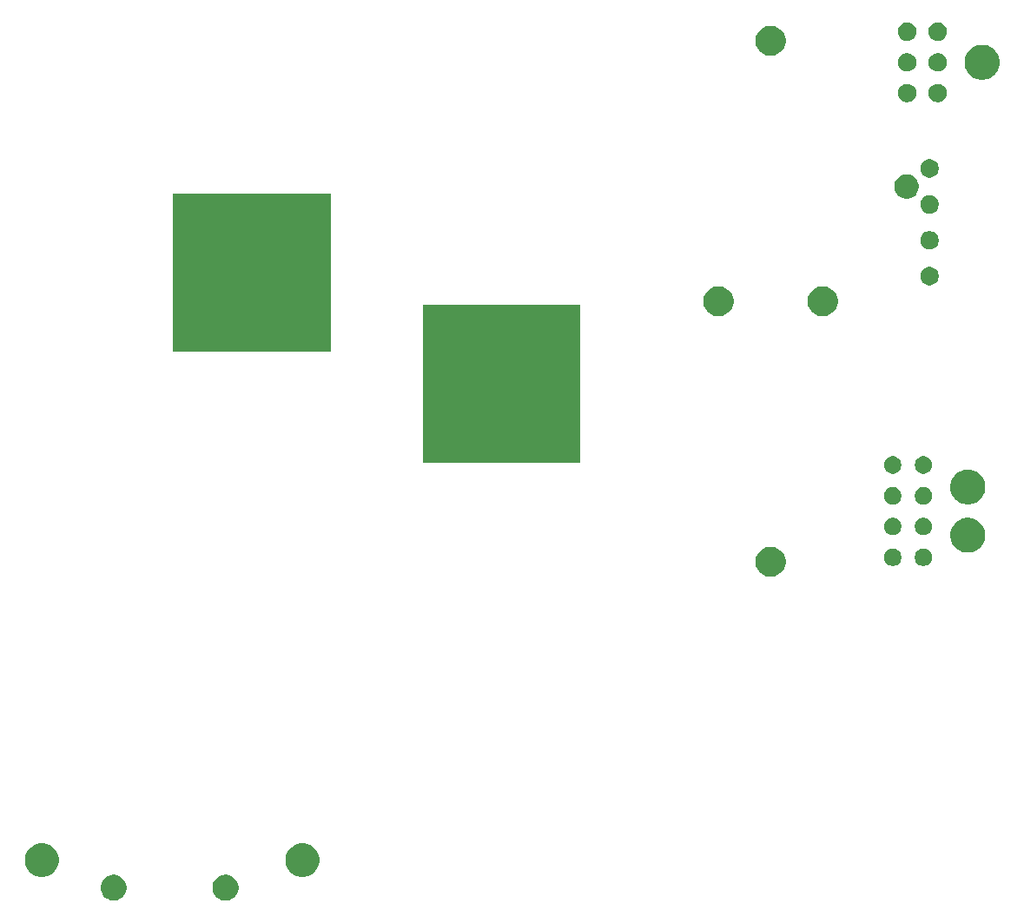
<source format=gbs>
G04 #@! TF.GenerationSoftware,KiCad,Pcbnew,5.0.2-bee76a0~70~ubuntu18.04.1*
G04 #@! TF.CreationDate,2019-04-30T11:20:39-04:00*
G04 #@! TF.ProjectId,AIR_Mount_Plus,4149525f-4d6f-4756-9e74-5f506c75732e,rev?*
G04 #@! TF.SameCoordinates,Original*
G04 #@! TF.FileFunction,Soldermask,Bot*
G04 #@! TF.FilePolarity,Negative*
%FSLAX46Y46*%
G04 Gerber Fmt 4.6, Leading zero omitted, Abs format (unit mm)*
G04 Created by KiCad (PCBNEW 5.0.2-bee76a0~70~ubuntu18.04.1) date Tue 30 Apr 2019 11:20:39 AM EDT*
%MOMM*%
%LPD*%
G01*
G04 APERTURE LIST*
%ADD10C,0.100000*%
G04 APERTURE END LIST*
D10*
G36*
X214215414Y-106231610D02*
X214337129Y-106255821D01*
X214566434Y-106350802D01*
X214772803Y-106488694D01*
X214948306Y-106664197D01*
X215086198Y-106870566D01*
X215181179Y-107099871D01*
X215229600Y-107343301D01*
X215229600Y-107591499D01*
X215181179Y-107834929D01*
X215086198Y-108064234D01*
X214948306Y-108270603D01*
X214772803Y-108446106D01*
X214566434Y-108583998D01*
X214337129Y-108678979D01*
X214215414Y-108703189D01*
X214093701Y-108727400D01*
X213845499Y-108727400D01*
X213723786Y-108703189D01*
X213602071Y-108678979D01*
X213372766Y-108583998D01*
X213166397Y-108446106D01*
X212990894Y-108270603D01*
X212853002Y-108064234D01*
X212758021Y-107834929D01*
X212709600Y-107591499D01*
X212709600Y-107343301D01*
X212758021Y-107099871D01*
X212853002Y-106870566D01*
X212990894Y-106664197D01*
X213166397Y-106488694D01*
X213372766Y-106350802D01*
X213602071Y-106255821D01*
X213723786Y-106231610D01*
X213845499Y-106207400D01*
X214093701Y-106207400D01*
X214215414Y-106231610D01*
X214215414Y-106231610D01*
G37*
G36*
X203315414Y-106231610D02*
X203437129Y-106255821D01*
X203666434Y-106350802D01*
X203872803Y-106488694D01*
X204048306Y-106664197D01*
X204186198Y-106870566D01*
X204281179Y-107099871D01*
X204329600Y-107343301D01*
X204329600Y-107591499D01*
X204281179Y-107834929D01*
X204186198Y-108064234D01*
X204048306Y-108270603D01*
X203872803Y-108446106D01*
X203666434Y-108583998D01*
X203437129Y-108678979D01*
X203315414Y-108703189D01*
X203193701Y-108727400D01*
X202945499Y-108727400D01*
X202823786Y-108703189D01*
X202702071Y-108678979D01*
X202472766Y-108583998D01*
X202266397Y-108446106D01*
X202090894Y-108270603D01*
X201953002Y-108064234D01*
X201858021Y-107834929D01*
X201809600Y-107591499D01*
X201809600Y-107343301D01*
X201858021Y-107099871D01*
X201953002Y-106870566D01*
X202090894Y-106664197D01*
X202266397Y-106488694D01*
X202472766Y-106350802D01*
X202702071Y-106255821D01*
X202823786Y-106231610D01*
X202945499Y-106207400D01*
X203193701Y-106207400D01*
X203315414Y-106231610D01*
X203315414Y-106231610D01*
G37*
G36*
X221943887Y-103210808D02*
X222244168Y-103335189D01*
X222514414Y-103515761D01*
X222744239Y-103745586D01*
X222924811Y-104015832D01*
X223049192Y-104316113D01*
X223112600Y-104634889D01*
X223112600Y-104959911D01*
X223049192Y-105278687D01*
X222924811Y-105578968D01*
X222744239Y-105849214D01*
X222514414Y-106079039D01*
X222244168Y-106259611D01*
X221943887Y-106383992D01*
X221625111Y-106447400D01*
X221300089Y-106447400D01*
X220981313Y-106383992D01*
X220681032Y-106259611D01*
X220410786Y-106079039D01*
X220180961Y-105849214D01*
X220000389Y-105578968D01*
X219876008Y-105278687D01*
X219812600Y-104959911D01*
X219812600Y-104634889D01*
X219876008Y-104316113D01*
X220000389Y-104015832D01*
X220180961Y-103745586D01*
X220410786Y-103515761D01*
X220681032Y-103335189D01*
X220981313Y-103210808D01*
X221300089Y-103147400D01*
X221625111Y-103147400D01*
X221943887Y-103210808D01*
X221943887Y-103210808D01*
G37*
G36*
X196543887Y-103210808D02*
X196844168Y-103335189D01*
X197114414Y-103515761D01*
X197344239Y-103745586D01*
X197524811Y-104015832D01*
X197649192Y-104316113D01*
X197712600Y-104634889D01*
X197712600Y-104959911D01*
X197649192Y-105278687D01*
X197524811Y-105578968D01*
X197344239Y-105849214D01*
X197114414Y-106079039D01*
X196844168Y-106259611D01*
X196543887Y-106383992D01*
X196225111Y-106447400D01*
X195900089Y-106447400D01*
X195581313Y-106383992D01*
X195281032Y-106259611D01*
X195010786Y-106079039D01*
X194780961Y-105849214D01*
X194600389Y-105578968D01*
X194476008Y-105278687D01*
X194412600Y-104959911D01*
X194412600Y-104634889D01*
X194476008Y-104316113D01*
X194600389Y-104015832D01*
X194780961Y-103745586D01*
X195010786Y-103515761D01*
X195281032Y-103335189D01*
X195581313Y-103210808D01*
X195900089Y-103147400D01*
X196225111Y-103147400D01*
X196543887Y-103210808D01*
X196543887Y-103210808D01*
G37*
G36*
X267528781Y-74286490D02*
X267796307Y-74397303D01*
X268037074Y-74558178D01*
X268241822Y-74762926D01*
X268402697Y-75003693D01*
X268513510Y-75271219D01*
X268570000Y-75555216D01*
X268570000Y-75844784D01*
X268513510Y-76128781D01*
X268402697Y-76396307D01*
X268241822Y-76637074D01*
X268037074Y-76841822D01*
X267796307Y-77002697D01*
X267528781Y-77113510D01*
X267244784Y-77170000D01*
X266955216Y-77170000D01*
X266671219Y-77113510D01*
X266403693Y-77002697D01*
X266162926Y-76841822D01*
X265958178Y-76637074D01*
X265797303Y-76396307D01*
X265686490Y-76128781D01*
X265630000Y-75844784D01*
X265630000Y-75555216D01*
X265686490Y-75271219D01*
X265797303Y-75003693D01*
X265958178Y-74762926D01*
X266162926Y-74558178D01*
X266403693Y-74397303D01*
X266671219Y-74286490D01*
X266955216Y-74230000D01*
X267244784Y-74230000D01*
X267528781Y-74286490D01*
X267528781Y-74286490D01*
G37*
G36*
X282249162Y-74440558D02*
X282403855Y-74504634D01*
X282543075Y-74597658D01*
X282661464Y-74716047D01*
X282754488Y-74855267D01*
X282818564Y-75009960D01*
X282851228Y-75174175D01*
X282851228Y-75341613D01*
X282818564Y-75505828D01*
X282754488Y-75660521D01*
X282661464Y-75799741D01*
X282543075Y-75918130D01*
X282403855Y-76011154D01*
X282249162Y-76075230D01*
X282084947Y-76107894D01*
X281917509Y-76107894D01*
X281753294Y-76075230D01*
X281598601Y-76011154D01*
X281459381Y-75918130D01*
X281340992Y-75799741D01*
X281247968Y-75660521D01*
X281183892Y-75505828D01*
X281151228Y-75341613D01*
X281151228Y-75174175D01*
X281183892Y-75009960D01*
X281247968Y-74855267D01*
X281340992Y-74716047D01*
X281459381Y-74597658D01*
X281598601Y-74504634D01*
X281753294Y-74440558D01*
X281917509Y-74407894D01*
X282084947Y-74407894D01*
X282249162Y-74440558D01*
X282249162Y-74440558D01*
G37*
G36*
X279249162Y-74440558D02*
X279403855Y-74504634D01*
X279543075Y-74597658D01*
X279661464Y-74716047D01*
X279754488Y-74855267D01*
X279818564Y-75009960D01*
X279851228Y-75174175D01*
X279851228Y-75341613D01*
X279818564Y-75505828D01*
X279754488Y-75660521D01*
X279661464Y-75799741D01*
X279543075Y-75918130D01*
X279403855Y-76011154D01*
X279249162Y-76075230D01*
X279084947Y-76107894D01*
X278917509Y-76107894D01*
X278753294Y-76075230D01*
X278598601Y-76011154D01*
X278459381Y-75918130D01*
X278340992Y-75799741D01*
X278247968Y-75660521D01*
X278183892Y-75505828D01*
X278151228Y-75341613D01*
X278151228Y-75174175D01*
X278183892Y-75009960D01*
X278247968Y-74855267D01*
X278340992Y-74716047D01*
X278459381Y-74597658D01*
X278598601Y-74504634D01*
X278753294Y-74440558D01*
X278917509Y-74407894D01*
X279084947Y-74407894D01*
X279249162Y-74440558D01*
X279249162Y-74440558D01*
G37*
G36*
X286707621Y-71451447D02*
X286817100Y-71473224D01*
X287126480Y-71601373D01*
X287404915Y-71787417D01*
X287641705Y-72024207D01*
X287827749Y-72302642D01*
X287955898Y-72612022D01*
X287955898Y-72612023D01*
X288016787Y-72918130D01*
X288021228Y-72940459D01*
X288021228Y-73275329D01*
X287955898Y-73603766D01*
X287827749Y-73913146D01*
X287641705Y-74191581D01*
X287404915Y-74428371D01*
X287126480Y-74614415D01*
X286817100Y-74742564D01*
X286714733Y-74762926D01*
X286488665Y-74807894D01*
X286153791Y-74807894D01*
X285927723Y-74762926D01*
X285825356Y-74742564D01*
X285515976Y-74614415D01*
X285237541Y-74428371D01*
X285000751Y-74191581D01*
X284814707Y-73913146D01*
X284686558Y-73603766D01*
X284621228Y-73275329D01*
X284621228Y-72940459D01*
X284625670Y-72918130D01*
X284686558Y-72612023D01*
X284686558Y-72612022D01*
X284814707Y-72302642D01*
X285000751Y-72024207D01*
X285237541Y-71787417D01*
X285515976Y-71601373D01*
X285825356Y-71473224D01*
X285934835Y-71451447D01*
X286153791Y-71407894D01*
X286488665Y-71407894D01*
X286707621Y-71451447D01*
X286707621Y-71451447D01*
G37*
G36*
X279249162Y-71440558D02*
X279403855Y-71504634D01*
X279543075Y-71597658D01*
X279661464Y-71716047D01*
X279754488Y-71855267D01*
X279818564Y-72009960D01*
X279851228Y-72174175D01*
X279851228Y-72341613D01*
X279818564Y-72505828D01*
X279754488Y-72660521D01*
X279661464Y-72799741D01*
X279543075Y-72918130D01*
X279403855Y-73011154D01*
X279249162Y-73075230D01*
X279084947Y-73107894D01*
X278917509Y-73107894D01*
X278753294Y-73075230D01*
X278598601Y-73011154D01*
X278459381Y-72918130D01*
X278340992Y-72799741D01*
X278247968Y-72660521D01*
X278183892Y-72505828D01*
X278151228Y-72341613D01*
X278151228Y-72174175D01*
X278183892Y-72009960D01*
X278247968Y-71855267D01*
X278340992Y-71716047D01*
X278459381Y-71597658D01*
X278598601Y-71504634D01*
X278753294Y-71440558D01*
X278917509Y-71407894D01*
X279084947Y-71407894D01*
X279249162Y-71440558D01*
X279249162Y-71440558D01*
G37*
G36*
X282249162Y-71440558D02*
X282403855Y-71504634D01*
X282543075Y-71597658D01*
X282661464Y-71716047D01*
X282754488Y-71855267D01*
X282818564Y-72009960D01*
X282851228Y-72174175D01*
X282851228Y-72341613D01*
X282818564Y-72505828D01*
X282754488Y-72660521D01*
X282661464Y-72799741D01*
X282543075Y-72918130D01*
X282403855Y-73011154D01*
X282249162Y-73075230D01*
X282084947Y-73107894D01*
X281917509Y-73107894D01*
X281753294Y-73075230D01*
X281598601Y-73011154D01*
X281459381Y-72918130D01*
X281340992Y-72799741D01*
X281247968Y-72660521D01*
X281183892Y-72505828D01*
X281151228Y-72341613D01*
X281151228Y-72174175D01*
X281183892Y-72009960D01*
X281247968Y-71855267D01*
X281340992Y-71716047D01*
X281459381Y-71597658D01*
X281598601Y-71504634D01*
X281753294Y-71440558D01*
X281917509Y-71407894D01*
X282084947Y-71407894D01*
X282249162Y-71440558D01*
X282249162Y-71440558D01*
G37*
G36*
X279249162Y-68440558D02*
X279403855Y-68504634D01*
X279543075Y-68597658D01*
X279661464Y-68716047D01*
X279754488Y-68855267D01*
X279818564Y-69009960D01*
X279851228Y-69174175D01*
X279851228Y-69341613D01*
X279818564Y-69505828D01*
X279754488Y-69660521D01*
X279661464Y-69799741D01*
X279543075Y-69918130D01*
X279403855Y-70011154D01*
X279249162Y-70075230D01*
X279084947Y-70107894D01*
X278917509Y-70107894D01*
X278753294Y-70075230D01*
X278598601Y-70011154D01*
X278459381Y-69918130D01*
X278340992Y-69799741D01*
X278247968Y-69660521D01*
X278183892Y-69505828D01*
X278151228Y-69341613D01*
X278151228Y-69174175D01*
X278183892Y-69009960D01*
X278247968Y-68855267D01*
X278340992Y-68716047D01*
X278459381Y-68597658D01*
X278598601Y-68504634D01*
X278753294Y-68440558D01*
X278917509Y-68407894D01*
X279084947Y-68407894D01*
X279249162Y-68440558D01*
X279249162Y-68440558D01*
G37*
G36*
X282249162Y-68440558D02*
X282403855Y-68504634D01*
X282543075Y-68597658D01*
X282661464Y-68716047D01*
X282754488Y-68855267D01*
X282818564Y-69009960D01*
X282851228Y-69174175D01*
X282851228Y-69341613D01*
X282818564Y-69505828D01*
X282754488Y-69660521D01*
X282661464Y-69799741D01*
X282543075Y-69918130D01*
X282403855Y-70011154D01*
X282249162Y-70075230D01*
X282084947Y-70107894D01*
X281917509Y-70107894D01*
X281753294Y-70075230D01*
X281598601Y-70011154D01*
X281459381Y-69918130D01*
X281340992Y-69799741D01*
X281247968Y-69660521D01*
X281183892Y-69505828D01*
X281151228Y-69341613D01*
X281151228Y-69174175D01*
X281183892Y-69009960D01*
X281247968Y-68855267D01*
X281340992Y-68716047D01*
X281459381Y-68597658D01*
X281598601Y-68504634D01*
X281753294Y-68440558D01*
X281917509Y-68407894D01*
X282084947Y-68407894D01*
X282249162Y-68440558D01*
X282249162Y-68440558D01*
G37*
G36*
X286707621Y-66751447D02*
X286817100Y-66773224D01*
X287126480Y-66901373D01*
X287404915Y-67087417D01*
X287641705Y-67324207D01*
X287827749Y-67602642D01*
X287955898Y-67912022D01*
X287955898Y-67912023D01*
X288021228Y-68240457D01*
X288021228Y-68575331D01*
X287993238Y-68716047D01*
X287955898Y-68903766D01*
X287827749Y-69213146D01*
X287641705Y-69491581D01*
X287404915Y-69728371D01*
X287126480Y-69914415D01*
X286817100Y-70042564D01*
X286707621Y-70064341D01*
X286488665Y-70107894D01*
X286153791Y-70107894D01*
X285934835Y-70064341D01*
X285825356Y-70042564D01*
X285515976Y-69914415D01*
X285237541Y-69728371D01*
X285000751Y-69491581D01*
X284814707Y-69213146D01*
X284686558Y-68903766D01*
X284649218Y-68716047D01*
X284621228Y-68575331D01*
X284621228Y-68240457D01*
X284686558Y-67912023D01*
X284686558Y-67912022D01*
X284814707Y-67602642D01*
X285000751Y-67324207D01*
X285237541Y-67087417D01*
X285515976Y-66901373D01*
X285825356Y-66773224D01*
X285934835Y-66751447D01*
X286153791Y-66707894D01*
X286488665Y-66707894D01*
X286707621Y-66751447D01*
X286707621Y-66751447D01*
G37*
G36*
X282249162Y-65440558D02*
X282403855Y-65504634D01*
X282543075Y-65597658D01*
X282661464Y-65716047D01*
X282754488Y-65855267D01*
X282818564Y-66009960D01*
X282851228Y-66174175D01*
X282851228Y-66341613D01*
X282818564Y-66505828D01*
X282754488Y-66660521D01*
X282661464Y-66799741D01*
X282543075Y-66918130D01*
X282403855Y-67011154D01*
X282249162Y-67075230D01*
X282084947Y-67107894D01*
X281917509Y-67107894D01*
X281753294Y-67075230D01*
X281598601Y-67011154D01*
X281459381Y-66918130D01*
X281340992Y-66799741D01*
X281247968Y-66660521D01*
X281183892Y-66505828D01*
X281151228Y-66341613D01*
X281151228Y-66174175D01*
X281183892Y-66009960D01*
X281247968Y-65855267D01*
X281340992Y-65716047D01*
X281459381Y-65597658D01*
X281598601Y-65504634D01*
X281753294Y-65440558D01*
X281917509Y-65407894D01*
X282084947Y-65407894D01*
X282249162Y-65440558D01*
X282249162Y-65440558D01*
G37*
G36*
X279249162Y-65440558D02*
X279403855Y-65504634D01*
X279543075Y-65597658D01*
X279661464Y-65716047D01*
X279754488Y-65855267D01*
X279818564Y-66009960D01*
X279851228Y-66174175D01*
X279851228Y-66341613D01*
X279818564Y-66505828D01*
X279754488Y-66660521D01*
X279661464Y-66799741D01*
X279543075Y-66918130D01*
X279403855Y-67011154D01*
X279249162Y-67075230D01*
X279084947Y-67107894D01*
X278917509Y-67107894D01*
X278753294Y-67075230D01*
X278598601Y-67011154D01*
X278459381Y-66918130D01*
X278340992Y-66799741D01*
X278247968Y-66660521D01*
X278183892Y-66505828D01*
X278151228Y-66341613D01*
X278151228Y-66174175D01*
X278183892Y-66009960D01*
X278247968Y-65855267D01*
X278340992Y-65716047D01*
X278459381Y-65597658D01*
X278598601Y-65504634D01*
X278753294Y-65440558D01*
X278917509Y-65407894D01*
X279084947Y-65407894D01*
X279249162Y-65440558D01*
X279249162Y-65440558D01*
G37*
G36*
X248582336Y-66079409D02*
X233182336Y-66079409D01*
X233182336Y-50679409D01*
X248582336Y-50679409D01*
X248582336Y-66079409D01*
X248582336Y-66079409D01*
G37*
G36*
X224235832Y-55191956D02*
X208835832Y-55191956D01*
X208835832Y-39791956D01*
X224235832Y-39791956D01*
X224235832Y-55191956D01*
X224235832Y-55191956D01*
G37*
G36*
X262448781Y-48886490D02*
X262716307Y-48997303D01*
X262957074Y-49158178D01*
X263161822Y-49362926D01*
X263322697Y-49603693D01*
X263433510Y-49871219D01*
X263490000Y-50155216D01*
X263490000Y-50444784D01*
X263433510Y-50728781D01*
X263322697Y-50996307D01*
X263161822Y-51237074D01*
X262957074Y-51441822D01*
X262716307Y-51602697D01*
X262448781Y-51713510D01*
X262164784Y-51770000D01*
X261875216Y-51770000D01*
X261591219Y-51713510D01*
X261323693Y-51602697D01*
X261082926Y-51441822D01*
X260878178Y-51237074D01*
X260717303Y-50996307D01*
X260606490Y-50728781D01*
X260550000Y-50444784D01*
X260550000Y-50155216D01*
X260606490Y-49871219D01*
X260717303Y-49603693D01*
X260878178Y-49362926D01*
X261082926Y-49158178D01*
X261323693Y-48997303D01*
X261591219Y-48886490D01*
X261875216Y-48830000D01*
X262164784Y-48830000D01*
X262448781Y-48886490D01*
X262448781Y-48886490D01*
G37*
G36*
X272608781Y-48886490D02*
X272876307Y-48997303D01*
X273117074Y-49158178D01*
X273321822Y-49362926D01*
X273482697Y-49603693D01*
X273593510Y-49871219D01*
X273650000Y-50155216D01*
X273650000Y-50444784D01*
X273593510Y-50728781D01*
X273482697Y-50996307D01*
X273321822Y-51237074D01*
X273117074Y-51441822D01*
X272876307Y-51602697D01*
X272608781Y-51713510D01*
X272324784Y-51770000D01*
X272035216Y-51770000D01*
X271751219Y-51713510D01*
X271483693Y-51602697D01*
X271242926Y-51441822D01*
X271038178Y-51237074D01*
X270877303Y-50996307D01*
X270766490Y-50728781D01*
X270710000Y-50444784D01*
X270710000Y-50155216D01*
X270766490Y-49871219D01*
X270877303Y-49603693D01*
X271038178Y-49362926D01*
X271242926Y-49158178D01*
X271483693Y-48997303D01*
X271751219Y-48886490D01*
X272035216Y-48830000D01*
X272324784Y-48830000D01*
X272608781Y-48886490D01*
X272608781Y-48886490D01*
G37*
G36*
X282862083Y-46986029D02*
X283025596Y-47053758D01*
X283172764Y-47152093D01*
X283297907Y-47277236D01*
X283396242Y-47424404D01*
X283463971Y-47587917D01*
X283498500Y-47761505D01*
X283498500Y-47938495D01*
X283463971Y-48112083D01*
X283396242Y-48275596D01*
X283297907Y-48422764D01*
X283172764Y-48547907D01*
X283025596Y-48646242D01*
X282862083Y-48713971D01*
X282688495Y-48748500D01*
X282511505Y-48748500D01*
X282337917Y-48713971D01*
X282174404Y-48646242D01*
X282027236Y-48547907D01*
X281902093Y-48422764D01*
X281803758Y-48275596D01*
X281736029Y-48112083D01*
X281701500Y-47938495D01*
X281701500Y-47761505D01*
X281736029Y-47587917D01*
X281803758Y-47424404D01*
X281902093Y-47277236D01*
X282027236Y-47152093D01*
X282174404Y-47053758D01*
X282337917Y-46986029D01*
X282511505Y-46951500D01*
X282688495Y-46951500D01*
X282862083Y-46986029D01*
X282862083Y-46986029D01*
G37*
G36*
X282862083Y-43486029D02*
X283025596Y-43553758D01*
X283172764Y-43652093D01*
X283297907Y-43777236D01*
X283396242Y-43924404D01*
X283463971Y-44087917D01*
X283498500Y-44261505D01*
X283498500Y-44438495D01*
X283463971Y-44612083D01*
X283396242Y-44775596D01*
X283297907Y-44922764D01*
X283172764Y-45047907D01*
X283025596Y-45146242D01*
X282862083Y-45213971D01*
X282688495Y-45248500D01*
X282511505Y-45248500D01*
X282337917Y-45213971D01*
X282174404Y-45146242D01*
X282027236Y-45047907D01*
X281902093Y-44922764D01*
X281803758Y-44775596D01*
X281736029Y-44612083D01*
X281701500Y-44438495D01*
X281701500Y-44261505D01*
X281736029Y-44087917D01*
X281803758Y-43924404D01*
X281902093Y-43777236D01*
X282027236Y-43652093D01*
X282174404Y-43553758D01*
X282337917Y-43486029D01*
X282511505Y-43451500D01*
X282688495Y-43451500D01*
X282862083Y-43486029D01*
X282862083Y-43486029D01*
G37*
G36*
X282862083Y-39986029D02*
X283025596Y-40053758D01*
X283172764Y-40152093D01*
X283297907Y-40277236D01*
X283297909Y-40277239D01*
X283297910Y-40277240D01*
X283396240Y-40424401D01*
X283396242Y-40424404D01*
X283463971Y-40587917D01*
X283498500Y-40761505D01*
X283498500Y-40938495D01*
X283463971Y-41112083D01*
X283396242Y-41275596D01*
X283297907Y-41422764D01*
X283172764Y-41547907D01*
X283025596Y-41646242D01*
X282862083Y-41713971D01*
X282688495Y-41748500D01*
X282511505Y-41748500D01*
X282337917Y-41713971D01*
X282174404Y-41646242D01*
X282027236Y-41547907D01*
X281902093Y-41422764D01*
X281803758Y-41275596D01*
X281736029Y-41112083D01*
X281701500Y-40938495D01*
X281701500Y-40761505D01*
X281736029Y-40587917D01*
X281803758Y-40424404D01*
X281803760Y-40424401D01*
X281902090Y-40277240D01*
X281902091Y-40277239D01*
X281902093Y-40277236D01*
X282027236Y-40152093D01*
X282174404Y-40053758D01*
X282337917Y-39986029D01*
X282511505Y-39951500D01*
X282688495Y-39951500D01*
X282862083Y-39986029D01*
X282862083Y-39986029D01*
G37*
G36*
X280717255Y-37955250D02*
X280933910Y-38044991D01*
X281128903Y-38175282D01*
X281294718Y-38341097D01*
X281425009Y-38536090D01*
X281514750Y-38752745D01*
X281560500Y-38982745D01*
X281560500Y-39217255D01*
X281514750Y-39447255D01*
X281425009Y-39663910D01*
X281294718Y-39858903D01*
X281128903Y-40024718D01*
X280933910Y-40155009D01*
X280717255Y-40244750D01*
X280487255Y-40290500D01*
X280252745Y-40290500D01*
X280022745Y-40244750D01*
X279806090Y-40155009D01*
X279611097Y-40024718D01*
X279445282Y-39858903D01*
X279314991Y-39663910D01*
X279225250Y-39447255D01*
X279179500Y-39217255D01*
X279179500Y-38982745D01*
X279225250Y-38752745D01*
X279314991Y-38536090D01*
X279445282Y-38341097D01*
X279611097Y-38175282D01*
X279806090Y-38044991D01*
X280022745Y-37955250D01*
X280252745Y-37909500D01*
X280487255Y-37909500D01*
X280717255Y-37955250D01*
X280717255Y-37955250D01*
G37*
G36*
X282862083Y-36486029D02*
X283025596Y-36553758D01*
X283172764Y-36652093D01*
X283297907Y-36777236D01*
X283396242Y-36924404D01*
X283463971Y-37087917D01*
X283498500Y-37261505D01*
X283498500Y-37438495D01*
X283463971Y-37612083D01*
X283396242Y-37775596D01*
X283297907Y-37922764D01*
X283172764Y-38047907D01*
X283025596Y-38146242D01*
X282862083Y-38213971D01*
X282688495Y-38248500D01*
X282511505Y-38248500D01*
X282337917Y-38213971D01*
X282174404Y-38146242D01*
X282027236Y-38047907D01*
X281902093Y-37922764D01*
X281803758Y-37775596D01*
X281736029Y-37612083D01*
X281701500Y-37438495D01*
X281701500Y-37261505D01*
X281736029Y-37087917D01*
X281803758Y-36924404D01*
X281902093Y-36777236D01*
X282027236Y-36652093D01*
X282174404Y-36553758D01*
X282337917Y-36486029D01*
X282511505Y-36451500D01*
X282688495Y-36451500D01*
X282862083Y-36486029D01*
X282862083Y-36486029D01*
G37*
G36*
X283662521Y-29134586D02*
X283826309Y-29202429D01*
X283973720Y-29300926D01*
X284099074Y-29426280D01*
X284197571Y-29573691D01*
X284265414Y-29737479D01*
X284300000Y-29911356D01*
X284300000Y-30088644D01*
X284265414Y-30262521D01*
X284197571Y-30426309D01*
X284099074Y-30573720D01*
X283973720Y-30699074D01*
X283826309Y-30797571D01*
X283662521Y-30865414D01*
X283488644Y-30900000D01*
X283311356Y-30900000D01*
X283137479Y-30865414D01*
X282973691Y-30797571D01*
X282826280Y-30699074D01*
X282700926Y-30573720D01*
X282602429Y-30426309D01*
X282534586Y-30262521D01*
X282500000Y-30088644D01*
X282500000Y-29911356D01*
X282534586Y-29737479D01*
X282602429Y-29573691D01*
X282700926Y-29426280D01*
X282826280Y-29300926D01*
X282973691Y-29202429D01*
X283137479Y-29134586D01*
X283311356Y-29100000D01*
X283488644Y-29100000D01*
X283662521Y-29134586D01*
X283662521Y-29134586D01*
G37*
G36*
X280662521Y-29134586D02*
X280826309Y-29202429D01*
X280973720Y-29300926D01*
X281099074Y-29426280D01*
X281197571Y-29573691D01*
X281265414Y-29737479D01*
X281300000Y-29911356D01*
X281300000Y-30088644D01*
X281265414Y-30262521D01*
X281197571Y-30426309D01*
X281099074Y-30573720D01*
X280973720Y-30699074D01*
X280826309Y-30797571D01*
X280662521Y-30865414D01*
X280488644Y-30900000D01*
X280311356Y-30900000D01*
X280137479Y-30865414D01*
X279973691Y-30797571D01*
X279826280Y-30699074D01*
X279700926Y-30573720D01*
X279602429Y-30426309D01*
X279534586Y-30262521D01*
X279500000Y-30088644D01*
X279500000Y-29911356D01*
X279534586Y-29737479D01*
X279602429Y-29573691D01*
X279700926Y-29426280D01*
X279826280Y-29300926D01*
X279973691Y-29202429D01*
X280137479Y-29134586D01*
X280311356Y-29100000D01*
X280488644Y-29100000D01*
X280662521Y-29134586D01*
X280662521Y-29134586D01*
G37*
G36*
X288106393Y-25343553D02*
X288215872Y-25365330D01*
X288525252Y-25493479D01*
X288803687Y-25679523D01*
X289040477Y-25916313D01*
X289226521Y-26194748D01*
X289354670Y-26504128D01*
X289354670Y-26504129D01*
X289420000Y-26832563D01*
X289420000Y-27167437D01*
X289401086Y-27262521D01*
X289354670Y-27495872D01*
X289226521Y-27805252D01*
X289040477Y-28083687D01*
X288803687Y-28320477D01*
X288525252Y-28506521D01*
X288215872Y-28634670D01*
X288106393Y-28656447D01*
X287887437Y-28700000D01*
X287552563Y-28700000D01*
X287333607Y-28656447D01*
X287224128Y-28634670D01*
X286914748Y-28506521D01*
X286636313Y-28320477D01*
X286399523Y-28083687D01*
X286213479Y-27805252D01*
X286085330Y-27495872D01*
X286038914Y-27262521D01*
X286020000Y-27167437D01*
X286020000Y-26832563D01*
X286085330Y-26504129D01*
X286085330Y-26504128D01*
X286213479Y-26194748D01*
X286399523Y-25916313D01*
X286636313Y-25679523D01*
X286914748Y-25493479D01*
X287224128Y-25365330D01*
X287333607Y-25343553D01*
X287552563Y-25300000D01*
X287887437Y-25300000D01*
X288106393Y-25343553D01*
X288106393Y-25343553D01*
G37*
G36*
X283662521Y-26134586D02*
X283826309Y-26202429D01*
X283973720Y-26300926D01*
X284099074Y-26426280D01*
X284197571Y-26573691D01*
X284265414Y-26737479D01*
X284300000Y-26911356D01*
X284300000Y-27088644D01*
X284265414Y-27262521D01*
X284197571Y-27426309D01*
X284099074Y-27573720D01*
X283973720Y-27699074D01*
X283826309Y-27797571D01*
X283662521Y-27865414D01*
X283488644Y-27900000D01*
X283311356Y-27900000D01*
X283137479Y-27865414D01*
X282973691Y-27797571D01*
X282826280Y-27699074D01*
X282700926Y-27573720D01*
X282602429Y-27426309D01*
X282534586Y-27262521D01*
X282500000Y-27088644D01*
X282500000Y-26911356D01*
X282534586Y-26737479D01*
X282602429Y-26573691D01*
X282700926Y-26426280D01*
X282826280Y-26300926D01*
X282973691Y-26202429D01*
X283137479Y-26134586D01*
X283311356Y-26100000D01*
X283488644Y-26100000D01*
X283662521Y-26134586D01*
X283662521Y-26134586D01*
G37*
G36*
X280662521Y-26134586D02*
X280826309Y-26202429D01*
X280973720Y-26300926D01*
X281099074Y-26426280D01*
X281197571Y-26573691D01*
X281265414Y-26737479D01*
X281300000Y-26911356D01*
X281300000Y-27088644D01*
X281265414Y-27262521D01*
X281197571Y-27426309D01*
X281099074Y-27573720D01*
X280973720Y-27699074D01*
X280826309Y-27797571D01*
X280662521Y-27865414D01*
X280488644Y-27900000D01*
X280311356Y-27900000D01*
X280137479Y-27865414D01*
X279973691Y-27797571D01*
X279826280Y-27699074D01*
X279700926Y-27573720D01*
X279602429Y-27426309D01*
X279534586Y-27262521D01*
X279500000Y-27088644D01*
X279500000Y-26911356D01*
X279534586Y-26737479D01*
X279602429Y-26573691D01*
X279700926Y-26426280D01*
X279826280Y-26300926D01*
X279973691Y-26202429D01*
X280137479Y-26134586D01*
X280311356Y-26100000D01*
X280488644Y-26100000D01*
X280662521Y-26134586D01*
X280662521Y-26134586D01*
G37*
G36*
X267528781Y-23486490D02*
X267796307Y-23597303D01*
X268037074Y-23758178D01*
X268241822Y-23962926D01*
X268402697Y-24203693D01*
X268513510Y-24471219D01*
X268570000Y-24755216D01*
X268570000Y-25044784D01*
X268513510Y-25328781D01*
X268402697Y-25596307D01*
X268241822Y-25837074D01*
X268037074Y-26041822D01*
X267796307Y-26202697D01*
X267528781Y-26313510D01*
X267244784Y-26370000D01*
X266955216Y-26370000D01*
X266671219Y-26313510D01*
X266403693Y-26202697D01*
X266162926Y-26041822D01*
X265958178Y-25837074D01*
X265797303Y-25596307D01*
X265686490Y-25328781D01*
X265630000Y-25044784D01*
X265630000Y-24755216D01*
X265686490Y-24471219D01*
X265797303Y-24203693D01*
X265958178Y-23962926D01*
X266162926Y-23758178D01*
X266403693Y-23597303D01*
X266671219Y-23486490D01*
X266955216Y-23430000D01*
X267244784Y-23430000D01*
X267528781Y-23486490D01*
X267528781Y-23486490D01*
G37*
G36*
X280662521Y-23134586D02*
X280826309Y-23202429D01*
X280973720Y-23300926D01*
X281099074Y-23426280D01*
X281197571Y-23573691D01*
X281265414Y-23737479D01*
X281300000Y-23911356D01*
X281300000Y-24088644D01*
X281265414Y-24262521D01*
X281197571Y-24426309D01*
X281099074Y-24573720D01*
X280973720Y-24699074D01*
X280826309Y-24797571D01*
X280662521Y-24865414D01*
X280488644Y-24900000D01*
X280311356Y-24900000D01*
X280137479Y-24865414D01*
X279973691Y-24797571D01*
X279826280Y-24699074D01*
X279700926Y-24573720D01*
X279602429Y-24426309D01*
X279534586Y-24262521D01*
X279500000Y-24088644D01*
X279500000Y-23911356D01*
X279534586Y-23737479D01*
X279602429Y-23573691D01*
X279700926Y-23426280D01*
X279826280Y-23300926D01*
X279973691Y-23202429D01*
X280137479Y-23134586D01*
X280311356Y-23100000D01*
X280488644Y-23100000D01*
X280662521Y-23134586D01*
X280662521Y-23134586D01*
G37*
G36*
X283662521Y-23134586D02*
X283826309Y-23202429D01*
X283973720Y-23300926D01*
X284099074Y-23426280D01*
X284197571Y-23573691D01*
X284265414Y-23737479D01*
X284300000Y-23911356D01*
X284300000Y-24088644D01*
X284265414Y-24262521D01*
X284197571Y-24426309D01*
X284099074Y-24573720D01*
X283973720Y-24699074D01*
X283826309Y-24797571D01*
X283662521Y-24865414D01*
X283488644Y-24900000D01*
X283311356Y-24900000D01*
X283137479Y-24865414D01*
X282973691Y-24797571D01*
X282826280Y-24699074D01*
X282700926Y-24573720D01*
X282602429Y-24426309D01*
X282534586Y-24262521D01*
X282500000Y-24088644D01*
X282500000Y-23911356D01*
X282534586Y-23737479D01*
X282602429Y-23573691D01*
X282700926Y-23426280D01*
X282826280Y-23300926D01*
X282973691Y-23202429D01*
X283137479Y-23134586D01*
X283311356Y-23100000D01*
X283488644Y-23100000D01*
X283662521Y-23134586D01*
X283662521Y-23134586D01*
G37*
M02*

</source>
